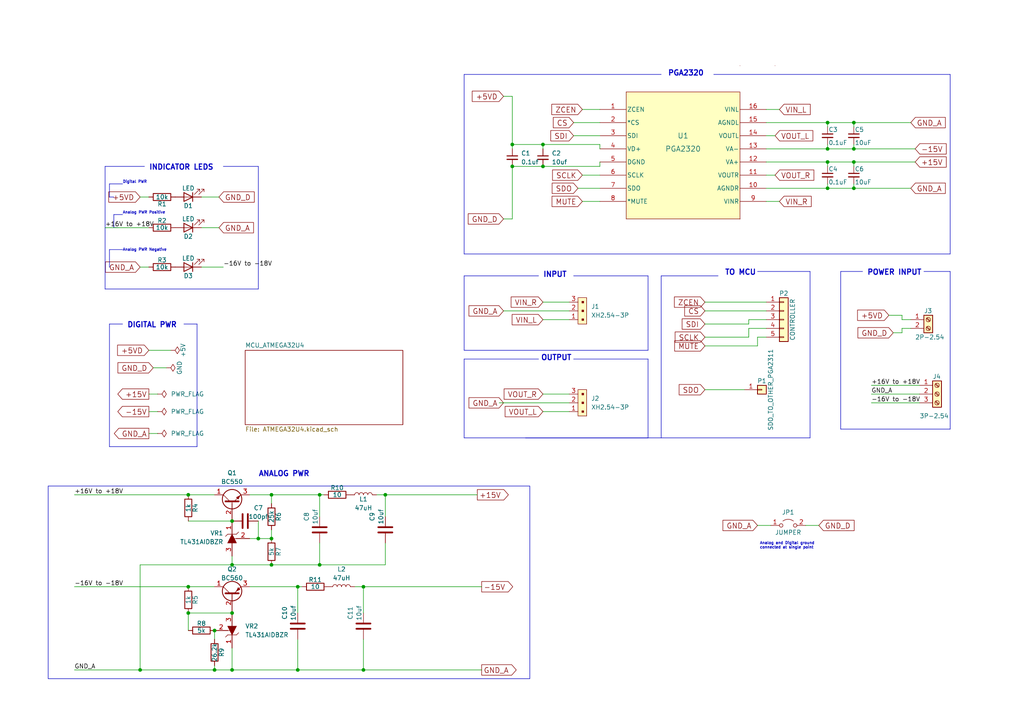
<source format=kicad_sch>
(kicad_sch (version 20230121) (generator eeschema)
  (paper "A4")
  (title_block (title "PGA2320 Reference Schematic") (date "2024-06-29") (rev "1") (company "Euroka Solution") (comment 1 "Datasheet Reference: https://www.ti.com/lit/ds/symlink/pga2320.pdf"))
  (lib_symbols
    (symbol "0022232031_1" (pin_names (offset 1.016))
      (property "Reference" "J" (at -2.54 1.27 0))
      (property "Value" "0022232031" (at 2.54 -3.81 0))
      (symbol "0022232031_1_1_1"
        (rectangle (start -1.27 0) (end 6.35 -2.54) (fill (type background)))
        (rectangle (start -0.254 -1.143) (end 0.254 -1.651) (fill (type outline)))
        (rectangle (start 2.286 -1.143) (end 2.794 -1.651) (fill (type outline)))
        (rectangle (start 4.826 -1.143) (end 5.334 -1.651) (fill (type outline)))
        (pin passive line (at 0 2.54 270) (length 2.54) (name "~") (number "1"))
        (pin passive line (at 2.54 2.54 270) (length 2.54) (name "~") (number "2"))
        (pin passive line (at 5.08 2.54 270) (length 2.54) (name "~") (number "3"))
      )
    )
    (symbol "Connector:Screw_Terminal_01x02" (pin_names (offset 1.016) hide)
      (property "Reference" "J" (at 0 2.54 0))
      (property "Value" "Screw_Terminal_01x02" (at 0 -5.08 0))
      (symbol "Screw_Terminal_01x02_1_1"
        (rectangle (start -1.27 1.27) (end 1.27 -3.81) (stroke (width 0.254)) (fill (type background)))
        (circle (center 0 -2.54) (radius 0.635) (stroke (width 0.1524)))
        (polyline (pts (xy -0.5334 -2.2098) (xy 0.3302 -3.048)) (stroke (width 0.1524)))
        (polyline (pts (xy -0.5334 0.3302) (xy 0.3302 -0.508)) (stroke (width 0.1524)))
        (polyline (pts (xy -0.3556 -2.032) (xy 0.508 -2.8702)) (stroke (width 0.1524)))
        (polyline (pts (xy -0.3556 0.508) (xy 0.508 -0.3302)) (stroke (width 0.1524)))
        (circle (center 0 0) (radius 0.635) (stroke (width 0.1524)))
        (pin passive line (at -5.08 0 0) (length 3.81) (name "Pin_1") (number "1"))
        (pin passive line (at -5.08 -2.54 0) (length 3.81) (name "Pin_2") (number "2"))
      )
    )
    (symbol "Connector:Screw_Terminal_01x03" (pin_names (offset 1.016) hide)
      (property "Reference" "J" (at 0 5.08 0))
      (property "Value" "Screw_Terminal_01x03" (at 0 -5.08 0))
      (symbol "Screw_Terminal_01x03_1_1"
        (rectangle (start -1.27 3.81) (end 1.27 -3.81) (stroke (width 0.254)) (fill (type background)))
        (circle (center 0 -2.54) (radius 0.635) (stroke (width 0.1524)))
        (polyline (pts (xy -0.5334 -2.2098) (xy 0.3302 -3.048)) (stroke (width 0.1524)))
        (polyline (pts (xy -0.5334 0.3302) (xy 0.3302 -0.508)) (stroke (width 0.1524)))
        (polyline (pts (xy -0.5334 2.8702) (xy 0.3302 2.032)) (stroke (width 0.1524)))
        (polyline (pts (xy -0.3556 -2.032) (xy 0.508 -2.8702)) (stroke (width 0.1524)))
        (polyline (pts (xy -0.3556 0.508) (xy 0.508 -0.3302)) (stroke (width 0.1524)))
        (polyline (pts (xy -0.3556 3.048) (xy 0.508 2.2098)) (stroke (width 0.1524)))
        (circle (center 0 0) (radius 0.635) (stroke (width 0.1524)))
        (circle (center 0 2.54) (radius 0.635) (stroke (width 0.1524)))
        (pin passive line (at -5.08 2.54 0) (length 3.81) (name "Pin_1") (number "1"))
        (pin passive line (at -5.08 0 0) (length 3.81) (name "Pin_2") (number "2"))
        (pin passive line (at -5.08 -2.54 0) (length 3.81) (name "Pin_3") (number "3"))
      )
    )
    (symbol "Connector_Generic:Conn_01x01" (pin_names (offset 1.016) hide)
      (property "Reference" "J" (at 0 2.54 0))
      (property "Value" "Conn_01x01" (at 0 -2.54 0))
      (symbol "Conn_01x01_1_1"
        (rectangle (start -1.27 0.127) (end 0 -0.127) (stroke (width 0.1524)))
        (rectangle (start -1.27 1.27) (end 1.27 -1.27) (stroke (width 0.254)) (fill (type background)))
        (pin passive line (at -5.08 0 0) (length 3.81) (name "Pin_1") (number "1"))
      )
    )
    (symbol "Connector_Generic:Conn_01x05" (pin_names (offset 1.016) hide)
      (property "Reference" "J" (at 0 7.62 0))
      (property "Value" "Conn_01x05" (at 0 -7.62 0))
      (symbol "Conn_01x05_1_1"
        (rectangle (start -1.27 -4.953) (end 0 -5.207) (stroke (width 0.1524)))
        (rectangle (start -1.27 -2.413) (end 0 -2.667) (stroke (width 0.1524)))
        (rectangle (start -1.27 0.127) (end 0 -0.127) (stroke (width 0.1524)))
        (rectangle (start -1.27 2.667) (end 0 2.413) (stroke (width 0.1524)))
        (rectangle (start -1.27 5.207) (end 0 4.953) (stroke (width 0.1524)))
        (rectangle (start -1.27 6.35) (end 1.27 -6.35) (stroke (width 0.254)) (fill (type background)))
        (pin passive line (at -5.08 5.08 0) (length 3.81) (name "Pin_1") (number "1"))
        (pin passive line (at -5.08 2.54 0) (length 3.81) (name "Pin_2") (number "2"))
        (pin passive line (at -5.08 0 0) (length 3.81) (name "Pin_3") (number "3"))
        (pin passive line (at -5.08 -2.54 0) (length 3.81) (name "Pin_4") (number "4"))
        (pin passive line (at -5.08 -5.08 0) (length 3.81) (name "Pin_5") (number "5"))
      )
    )
    (symbol "Device:C" (pin_numbers hide) (pin_names (offset 0.254))
      (property "Reference" "C" (at 0.635 2.54 0))
      (property "Value" "C" (at 0.635 -2.54 0))
      (symbol "C_0_1"
        (polyline (pts (xy -2.032 -0.762) (xy 2.032 -0.762)) (stroke (width 0.508)))
        (polyline (pts (xy -2.032 0.762) (xy 2.032 0.762)) (stroke (width 0.508)))
      )
      (symbol "C_1_1"
        (pin passive line (at 0 3.81 270) (length 2.794) (name "~") (number "1"))
        (pin passive line (at 0 -3.81 90) (length 2.794) (name "~") (number "2"))
      )
    )
    (symbol "Device:C_Small" (pin_numbers hide) (pin_names (offset 0.254) hide)
      (property "Reference" "C" (at 0.254 1.778 0))
      (property "Value" "C_Small" (at 0.254 -2.032 0))
      (symbol "C_Small_0_1"
        (polyline (pts (xy -1.524 -0.508) (xy 1.524 -0.508)) (stroke (width 0.3302)))
        (polyline (pts (xy -1.524 0.508) (xy 1.524 0.508)) (stroke (width 0.3048)))
      )
      (symbol "C_Small_1_1"
        (pin passive line (at 0 2.54 270) (length 2.032) (name "~") (number "1"))
        (pin passive line (at 0 -2.54 90) (length 2.032) (name "~") (number "2"))
      )
    )
    (symbol "Device:L" (pin_numbers hide) (pin_names (offset 1.016) hide)
      (property "Reference" "L" (at -1.27 0 90))
      (property "Value" "L" (at 1.905 0 90))
      (symbol "L_0_1"
        (arc (start 0 -2.54) (mid 0.6323 -1.905) (end 0 -1.27))
        (arc (start 0 -1.27) (mid 0.6323 -0.635) (end 0 0))
        (arc (start 0 0) (mid 0.6323 0.635) (end 0 1.27))
        (arc (start 0 1.27) (mid 0.6323 1.905) (end 0 2.54))
      )
      (symbol "L_1_1"
        (pin passive line (at 0 3.81 270) (length 1.27) (name "1") (number "1"))
        (pin passive line (at 0 -3.81 90) (length 1.27) (name "2") (number "2"))
      )
    )
    (symbol "Device:LED" (pin_numbers hide) (pin_names (offset 1.016) hide)
      (property "Reference" "D" (at 0 2.54 0))
      (property "Value" "LED" (at 0 -2.54 0))
      (symbol "LED_0_1"
        (polyline (pts (xy -1.27 -1.27) (xy -1.27 1.27)) (stroke (width 0.254)))
        (polyline (pts (xy -1.27 0) (xy 1.27 0)))
        (polyline (pts (xy 1.27 -1.27) (xy 1.27 1.27) (xy -1.27 0) (xy 1.27 -1.27)) (stroke (width 0.254)))
        (polyline (pts (xy -3.048 -0.762) (xy -4.572 -2.286) (xy -3.81 -2.286) (xy -4.572 -2.286) (xy -4.572 -1.524)))
        (polyline (pts (xy -1.778 -0.762) (xy -3.302 -2.286) (xy -2.54 -2.286) (xy -3.302 -2.286) (xy -3.302 -1.524)))
      )
      (symbol "LED_1_1"
        (pin passive line (at -3.81 0 0) (length 2.54) (name "K") (number "1"))
        (pin passive line (at 3.81 0 180) (length 2.54) (name "A") (number "2"))
      )
    )
    (symbol "Device:R" (pin_numbers hide) (pin_names (offset 0))
      (property "Reference" "R" (at 2.032 0 90))
      (property "Value" "R" (at 0 0 90))
      (symbol "R_0_1"
        (rectangle (start -1.016 -2.54) (end 1.016 2.54) (stroke (width 0.254)))
      )
      (symbol "R_1_1"
        (pin passive line (at 0 3.81 270) (length 1.27) (name "~") (number "1"))
        (pin passive line (at 0 -3.81 90) (length 1.27) (name "~") (number "2"))
      )
    )
    (symbol "Jumper:Jumper_2_Open" (pin_names (offset 0) hide)
      (property "Reference" "JP" (at 0 2.794 0))
      (property "Value" "Jumper_2_Open" (at 0 -2.286 0))
      (symbol "Jumper_2_Open_0_0"
        (circle (center -2.032 0) (radius 0.508))
        (circle (center 2.032 0) (radius 0.508))
      )
      (symbol "Jumper_2_Open_0_1"
        (arc (start 1.524 1.27) (mid 0 1.778) (end -1.524 1.27))
      )
      (symbol "Jumper_2_Open_1_1"
        (pin passive line (at -5.08 0 0) (length 2.54) (name "A") (number "1"))
        (pin passive line (at 5.08 0 180) (length 2.54) (name "B") (number "2"))
      )
    )
    (symbol "PGA2320_components:PGA2320" (pin_names (offset 0.254))
      (property "Reference" "U1" (at 16.51 -12.7 0))
      (property "Value" "PGA2320" (at 16.51 -16.51 0))
      (symbol "PGA2320_0_1"
        (rectangle (start 33.02 -36.83) (end 33.02 -36.83))
        (rectangle (start 33.02 -36.83) (end 33.02 -36.83))
        (arc (start 33.02 7.62) (mid 33.02 7.62) (end 33.02 7.62))
        (arc (start 43.18 7.62) (mid 43.18 7.62) (end 43.18 7.62))
        (pin input line (at -7.62 -5.08 0) (length 7.62) (name "ZCEN") (number "1"))
        (pin power_in line (at 40.64 -27.94 180) (length 7.62) (name "AGNDR") (number "10"))
        (pin output line (at 40.64 -24.13 180) (length 7.62) (name "VOUTR") (number "11"))
        (pin power_in line (at 40.64 -20.32 180) (length 7.62) (name "VA+") (number "12"))
        (pin power_in line (at 40.64 -16.51 180) (length 7.62) (name "VA-") (number "13"))
        (pin output line (at 40.64 -12.7 180) (length 7.62) (name "VOUTL") (number "14"))
        (pin power_in line (at 40.64 -8.89 180) (length 7.62) (name "AGNDL") (number "15"))
        (pin input line (at 40.64 -5.08 180) (length 7.62) (name "VINL") (number "16"))
        (pin input line (at -7.62 -8.89 0) (length 7.62) (name "*CS") (number "2"))
        (pin input line (at -7.62 -12.7 0) (length 7.62) (name "SDI") (number "3"))
        (pin power_in line (at -7.62 -16.51 0) (length 7.62) (name "VD+") (number "4"))
        (pin power_in line (at -7.62 -20.32 0) (length 7.62) (name "DGND") (number "5"))
        (pin input line (at -7.62 -24.13 0) (length 7.62) (name "SCLK") (number "6"))
        (pin output line (at -7.62 -27.94 0) (length 7.62) (name "SDO") (number "7"))
        (pin input line (at -7.62 -31.75 0) (length 7.62) (name "*MUTE") (number "8"))
        (pin input line (at 40.64 -31.75 180) (length 7.62) (name "VINR") (number "9"))
      )
      (symbol "PGA2320_1_1"
        (rectangle (start 0 0) (end 33.02 -36.83) (fill (type background)))
      )
    )
    (symbol "Transistor_BJT:BC550" (pin_names (offset 0) hide)
      (property "Reference" "Q" (at 5.08 1.905 0))
      (property "Value" "BC550" (at 5.08 0 0))
      (symbol "BC550_0_1"
        (polyline (pts (xy 0 0) (xy 0.635 0)))
        (polyline (pts (xy 0.635 0.635) (xy 2.54 2.54)))
        (polyline (pts (xy 0.635 -0.635) (xy 2.54 -2.54) (xy 2.54 -2.54)))
        (polyline (pts (xy 0.635 1.905) (xy 0.635 -1.905) (xy 0.635 -1.905)) (stroke (width 0.508)))
        (polyline (pts (xy 1.27 -1.778) (xy 1.778 -1.27) (xy 2.286 -2.286) (xy 1.27 -1.778) (xy 1.27 -1.778)) (fill (type outline)))
        (circle (center 1.27 0) (radius 2.8194) (stroke (width 0.254)))
      )
      (symbol "BC550_1_1"
        (pin passive line (at 2.54 5.08 270) (length 2.54) (name "C") (number "1"))
        (pin input line (at -5.08 0 0) (length 5.08) (name "B") (number "2"))
        (pin passive line (at 2.54 -5.08 90) (length 2.54) (name "E") (number "3"))
      )
    )
    (symbol "Transistor_BJT:BC560" (pin_names (offset 0) hide)
      (property "Reference" "Q" (at 5.08 1.905 0))
      (property "Value" "BC560" (at 5.08 0 0))
      (symbol "BC560_0_1"
        (polyline (pts (xy 0.635 0.635) (xy 2.54 2.54)))
        (polyline (pts (xy 0.635 -0.635) (xy 2.54 -2.54) (xy 2.54 -2.54)))
        (polyline (pts (xy 0.635 1.905) (xy 0.635 -1.905) (xy 0.635 -1.905)) (stroke (width 0.508)))
        (polyline (pts (xy 2.286 -1.778) (xy 1.778 -2.286) (xy 1.27 -1.27) (xy 2.286 -1.778) (xy 2.286 -1.778)) (fill (type outline)))
        (circle (center 1.27 0) (radius 2.8194) (stroke (width 0.254)))
      )
      (symbol "BC560_1_1"
        (pin passive line (at 2.54 5.08 270) (length 2.54) (name "C") (number "1"))
        (pin input line (at -5.08 0 0) (length 5.715) (name "B") (number "2"))
        (pin passive line (at 2.54 -5.08 90) (length 2.54) (name "E") (number "3"))
      )
    )
    (symbol "dk_PMIC-Voltage-Reference:TL431AIDBZR" (pin_names (offset 0) hide)
      (property "Reference" "VR" (at -2.54 3.175 0))
      (property "Value" "TL431AIDBZR" (at -5.715 0 90))
      (symbol "TL431AIDBZR_0_1"
        (polyline (pts (xy -1.905 0.635) (xy -1.27 1.27)))
        (polyline (pts (xy -1.27 1.27) (xy 1.27 1.27)))
        (polyline (pts (xy 0.635 0) (xy 1.27 0)))
        (polyline (pts (xy 1.27 1.27) (xy 1.905 1.905)))
        (polyline (pts (xy -1.27 -1.27) (xy 1.27 -1.27) (xy 0 1.27) (xy -1.27 -1.27)) (fill (type outline)))
      )
      (symbol "TL431AIDBZR_1_1"
        (pin passive line (at 0 5.08 270) (length 3.81) (name "K") (number "1"))
        (pin passive line (at 5.08 0 180) (length 3.81) (name "REF") (number "2"))
        (pin passive line (at 0 -5.08 90) (length 3.81) (name "A") (number "3"))
      )
    )
    (symbol "dk_Rectangular-Connectors-Headers-Male-Pins:0022232031" (pin_names (offset 1.016))
      (property "Reference" "J" (at -2.54 1.27 0))
      (property "Value" "0022232031" (at 2.54 -3.81 0))
      (symbol "0022232031_1_1"
        (rectangle (start -1.27 0) (end 6.35 -2.54) (fill (type background)))
        (rectangle (start -0.254 -1.143) (end 0.254 -1.651) (fill (type outline)))
        (rectangle (start 2.286 -1.143) (end 2.794 -1.651) (fill (type outline)))
        (rectangle (start 4.826 -1.143) (end 5.334 -1.651) (fill (type outline)))
        (pin passive line (at 0 2.54 270) (length 2.54) (name "~") (number "1"))
        (pin passive line (at 2.54 2.54 270) (length 2.54) (name "~") (number "2"))
        (pin passive line (at 5.08 2.54 270) (length 2.54) (name "~") (number "3"))
      )
    )
    (symbol "power:PWR_FLAG" (power) (pin_numbers hide) (pin_names (offset 0) hide)
      (property "Value" "PWR_FLAG" (at 0 3.81 0))
      (symbol "PWR_FLAG_0_0"
        (pin power_out line (at 0 0 90) (length 0) (name "pwr") (number "1"))
      )
      (symbol "PWR_FLAG_0_1"
        (polyline (pts (xy 0 0) (xy 0 1.27) (xy -1.016 1.905) (xy 0 2.54) (xy 1.016 1.905) (xy 0 1.27)))
      )
    )
  )
  (junction (at 67.31 151.13))
  (junction (at 86.36 170.18))
  (junction (at 105.41 194.31))
  (junction (at 105.41 170.18))
  (junction (at 67.31 163.83))
  (junction (at 157.48 48.26))
  (junction (at 78.74 156.21))
  (junction (at 54.61 143.51))
  (junction (at 148.59 41.91))
  (junction (at 247.65 54.61))
  (junction (at 92.71 143.51))
  (junction (at 240.03 46.99))
  (junction (at 240.03 43.18))
  (junction (at 92.71 163.83))
  (junction (at 240.03 35.56))
  (junction (at 78.74 143.51))
  (junction (at 247.65 43.18))
  (junction (at 247.65 46.99))
  (junction (at 62.23 194.31))
  (junction (at 54.61 170.18))
  (junction (at 111.76 143.51))
  (junction (at 40.64 194.31))
  (junction (at 247.65 35.56))
  (junction (at 67.31 194.31))
  (junction (at 74.93 156.21))
  (junction (at 240.03 54.61))
  (junction (at 78.74 163.83))
  (junction (at 86.36 194.31))
  (junction (at 157.48 41.91))
  (junction (at 67.31 177.8))
  (junction (at 148.59 48.26))
  (junction (at 54.61 177.8))
  (junction (at 62.23 182.88))
  (wire (pts (xy 240.03 41.91) (xy 240.03 43.18)))
  (wire (pts (xy 74.93 156.21) (xy 78.74 156.21)))
  (polyline (pts (xy 57.15 129.54) (xy 31.75 129.54)))
  (polyline (pts (xy 31.75 129.54) (xy 31.75 93.98)))
  (polyline (pts (xy 187.96 101.6) (xy 134.62 101.6)))
  (wire (pts (xy 240.03 35.56) (xy 240.03 36.83)))
  (wire (pts (xy 204.47 90.17) (xy 222.25 90.17)))
  (wire (pts (xy 166.37 39.37) (xy 173.99 39.37)))
  (wire (pts (xy 247.65 53.34) (xy 247.65 54.61)))
  (polyline (pts (xy 33.02 62.23) (xy 33.02 66.04)))
  (polyline (pts (xy 152.4 127) (xy 234.95 127)))
  (wire (pts (xy 157.48 92.71) (xy 165.1 92.71)))
  (wire (pts (xy 148.59 27.94) (xy 146.05 27.94)))
  (polyline (pts (xy 74.93 48.26) (xy 74.93 83.82)))
  (polyline (pts (xy 166.37 104.14) (xy 187.96 104.14)))
  (polyline (pts (xy 208.28 80.01) (xy 191.77 80.01)))
  (wire (pts (xy 247.65 35.56) (xy 264.16 35.56)))
  (wire (pts (xy 167.64 54.61) (xy 173.99 54.61)))
  (wire (pts (xy 144.78 116.84) (xy 165.1 116.84)))
  (wire (pts (xy 78.74 143.51) (xy 78.74 146.05)))
  (wire (pts (xy 67.31 187.96) (xy 67.31 194.31)))
  (wire (pts (xy 261.62 92.71) (xy 264.16 92.71)))
  (wire (pts (xy 54.61 177.8) (xy 67.31 177.8)))
  (wire (pts (xy 54.61 143.51) (xy 62.23 143.51)))
  (wire (pts (xy 222.25 46.99) (xy 240.03 46.99)))
  (wire (pts (xy 157.48 48.26) (xy 173.99 48.26)))
  (polyline (pts (xy 31.75 57.15) (xy 33.02 57.15)))
  (wire (pts (xy 105.41 177.8) (xy 105.41 170.18)))
  (wire (pts (xy 40.64 194.31) (xy 62.23 194.31)))
  (wire (pts (xy 43.18 101.6) (xy 49.53 101.6)))
  (wire (pts (xy 252.73 111.76) (xy 266.7 111.76)))
  (polyline (pts (xy 35.56 72.39) (xy 31.75 72.39)))
  (wire (pts (xy 247.65 41.91) (xy 247.65 43.18)))
  (wire (pts (xy 240.03 43.18) (xy 247.65 43.18)))
  (wire (pts (xy 40.64 57.15) (xy 43.18 57.15)))
  (wire (pts (xy 111.76 157.48) (xy 111.76 163.83)))
  (polyline (pts (xy 31.75 77.47) (xy 31.75 77.47)))
  (wire (pts (xy 72.39 170.18) (xy 86.36 170.18)))
  (wire (pts (xy 240.03 54.61) (xy 247.65 54.61)))
  (wire (pts (xy 86.36 194.31) (xy 105.41 194.31)))
  (wire (pts (xy 247.65 43.18) (xy 265.43 43.18)))
  (wire (pts (xy 157.48 41.91) (xy 173.99 41.91)))
  (wire (pts (xy 252.73 114.3) (xy 266.7 114.3)))
  (wire (pts (xy 54.61 177.8) (xy 54.61 182.88)))
  (wire (pts (xy 92.71 157.48) (xy 92.71 163.83)))
  (wire (pts (xy 173.99 46.99) (xy 173.99 48.26)))
  (wire (pts (xy 62.23 193.04) (xy 62.23 194.31)))
  (wire (pts (xy 102.87 170.18) (xy 105.41 170.18)))
  (polyline (pts (xy 31.75 93.98) (xy 35.56 93.98)))
  (wire (pts (xy 30.48 66.04) (xy 43.18 66.04)))
  (wire (pts (xy 222.25 87.63) (xy 204.47 87.63)))
  (polyline (pts (xy 35.56 53.34) (xy 31.75 53.34)))
  (wire (pts (xy 21.59 170.18) (xy 54.61 170.18)))
  (polyline (pts (xy 187.96 80.01) (xy 187.96 101.6)))
  (wire (pts (xy 86.36 170.18) (xy 87.63 170.18)))
  (wire (pts (xy 219.71 97.79) (xy 222.25 97.79)))
  (wire (pts (xy 233.68 152.4) (xy 237.49 152.4)))
  (polyline (pts (xy 33.02 66.04) (xy 34.29 66.04)))
  (polyline (pts (xy 234.95 78.74) (xy 219.71 78.74)))
  (wire (pts (xy 105.41 170.18) (xy 139.7 170.18)))
  (wire (pts (xy 43.18 119.38) (xy 45.72 119.38)))
  (polyline (pts (xy 275.59 78.74) (xy 267.97 78.74)))
  (wire (pts (xy 157.48 41.91) (xy 157.48 43.18)))
  (wire (pts (xy 148.59 41.91) (xy 148.59 43.18)))
  (wire (pts (xy 54.61 151.13) (xy 67.31 151.13)))
  (wire (pts (xy 78.74 163.83) (xy 67.31 163.83)))
  (polyline (pts (xy 207.01 21.59) (xy 275.59 21.59)))
  (polyline (pts (xy 187.96 104.14) (xy 187.96 127)))
  (wire (pts (xy 72.39 143.51) (xy 78.74 143.51)))
  (wire (pts (xy 146.05 90.17) (xy 165.1 90.17)))
  (polyline (pts (xy 57.15 93.98) (xy 57.15 129.54)))
  (wire (pts (xy 219.71 100.33) (xy 219.71 97.79)))
  (wire (pts (xy 67.31 194.31) (xy 86.36 194.31)))
  (wire (pts (xy 92.71 163.83) (xy 111.76 163.83)))
  (wire (pts (xy 78.74 153.67) (xy 78.74 156.21)))
  (polyline (pts (xy 275.59 73.66) (xy 134.62 73.66)))
  (wire (pts (xy 166.37 35.56) (xy 173.99 35.56)))
  (wire (pts (xy 72.39 156.21) (xy 74.93 156.21)))
  (wire (pts (xy 67.31 163.83) (xy 40.64 163.83)))
  (wire (pts (xy 157.48 114.3) (xy 165.1 114.3)))
  (wire (pts (xy 21.59 143.51) (xy 54.61 143.51)))
  (wire (pts (xy 40.64 163.83) (xy 40.64 194.31)))
  (wire (pts (xy 168.91 50.8) (xy 173.99 50.8)))
  (wire (pts (xy 111.76 143.51) (xy 138.43 143.51)))
  (wire (pts (xy 219.71 152.4) (xy 223.52 152.4)))
  (polyline (pts (xy 275.59 124.46) (xy 275.59 78.74)))
  (wire (pts (xy 217.17 95.25) (xy 222.25 95.25)))
  (wire (pts (xy 64.77 77.47) (xy 58.42 77.47)))
  (wire (pts (xy 111.76 149.86) (xy 111.76 143.51)))
  (wire (pts (xy 261.62 96.52) (xy 261.62 95.25)))
  (polyline (pts (xy 30.48 48.26) (xy 41.91 48.26)))
  (wire (pts (xy 148.59 27.94) (xy 148.59 41.91)))
  (wire (pts (xy 43.18 114.3) (xy 45.72 114.3)))
  (wire (pts (xy 222.25 50.8) (xy 224.79 50.8)))
  (polyline (pts (xy 134.62 101.6) (xy 134.62 80.01)))
  (wire (pts (xy 105.41 194.31) (xy 139.7 194.31)))
  (wire (pts (xy 222.25 31.75) (xy 226.06 31.75)))
  (wire (pts (xy 240.03 53.34) (xy 240.03 54.61)))
  (polyline (pts (xy 134.62 73.66) (xy 134.62 21.59)))
  (wire (pts (xy 157.48 119.38) (xy 165.1 119.38)))
  (wire (pts (xy 247.65 35.56) (xy 247.65 36.83)))
  (wire (pts (xy 86.36 185.42) (xy 86.36 194.31)))
  (wire (pts (xy 222.25 43.18) (xy 240.03 43.18)))
  (wire (pts (xy 222.25 54.61) (xy 240.03 54.61)))
  (wire (pts (xy 204.47 113.03) (xy 215.9 113.03)))
  (wire (pts (xy 247.65 54.61) (xy 264.16 54.61)))
  (polyline (pts (xy 250.19 78.74) (xy 243.84 78.74)))
  (wire (pts (xy 157.48 87.63) (xy 165.1 87.63)))
  (polyline (pts (xy 30.48 83.82) (xy 30.48 48.26)))
  (wire (pts (xy 168.91 58.42) (xy 173.99 58.42)))
  (wire (pts (xy 62.23 194.31) (xy 67.31 194.31)))
  (wire (pts (xy 252.73 116.84) (xy 266.7 116.84)))
  (polyline (pts (xy 234.95 127) (xy 234.95 78.74)))
  (wire (pts (xy 148.59 63.5) (xy 146.05 63.5)))
  (wire (pts (xy 58.42 57.15) (xy 63.5 57.15)))
  (wire (pts (xy 257.81 91.44) (xy 261.62 91.44)))
  (wire (pts (xy 240.03 46.99) (xy 247.65 46.99)))
  (wire (pts (xy 21.59 194.31) (xy 40.64 194.31)))
  (wire (pts (xy 217.17 93.98) (xy 217.17 92.71)))
  (polyline (pts (xy 134.62 104.14) (xy 156.21 104.14)))
  (wire (pts (xy 92.71 143.51) (xy 93.98 143.51)))
  (wire (pts (xy 54.61 170.18) (xy 62.23 170.18)))
  (wire (pts (xy 62.23 182.88) (xy 62.23 185.42)))
  (wire (pts (xy 105.41 185.42) (xy 105.41 194.31)))
  (polyline (pts (xy 31.75 72.39) (xy 31.75 77.47)))
  (wire (pts (xy 58.42 66.04) (xy 63.5 66.04)))
  (wire (pts (xy 204.47 97.79) (xy 217.17 97.79)))
  (wire (pts (xy 222.25 35.56) (xy 240.03 35.56)))
  (wire (pts (xy 74.93 151.13) (xy 74.93 156.21)))
  (wire (pts (xy 148.59 48.26) (xy 148.59 63.5)))
  (wire (pts (xy 173.99 41.91) (xy 173.99 43.18)))
  (polyline (pts (xy 275.59 21.59) (xy 275.59 73.66)))
  (wire (pts (xy 217.17 97.79) (xy 217.17 95.25)))
  (wire (pts (xy 240.03 46.99) (xy 240.03 48.26)))
  (wire (pts (xy 222.25 39.37) (xy 224.79 39.37)))
  (wire (pts (xy 259.08 96.52) (xy 261.62 96.52)))
  (wire (pts (xy 261.62 91.44) (xy 261.62 92.71)))
  (polyline (pts (xy 31.75 53.34) (xy 31.75 57.15)))
  (wire (pts (xy 217.17 92.71) (xy 222.25 92.71)))
  (wire (pts (xy 247.65 46.99) (xy 265.43 46.99)))
  (polyline (pts (xy 134.62 80.01) (xy 156.21 80.01)))
  (wire (pts (xy 148.59 48.26) (xy 157.48 48.26)))
  (wire (pts (xy 43.18 77.47) (xy 40.64 77.47)))
  (polyline (pts (xy 243.84 78.74) (xy 243.84 124.46)))
  (wire (pts (xy 86.36 177.8) (xy 86.36 170.18)))
  (polyline (pts (xy 187.96 127) (xy 134.62 127)))
  (wire (pts (xy 222.25 58.42) (xy 226.06 58.42)))
  (wire (pts (xy 92.71 149.86) (xy 92.71 143.51)))
  (polyline (pts (xy 134.62 21.59) (xy 191.77 21.59)))
  (wire (pts (xy 247.65 46.99) (xy 247.65 48.26)))
  (wire (pts (xy 261.62 95.25) (xy 264.16 95.25)))
  (polyline (pts (xy 166.37 80.01) (xy 187.96 80.01)))
  (wire (pts (xy 44.45 106.68) (xy 48.26 106.68)))
  (polyline (pts (xy 35.56 62.23) (xy 33.02 62.23)))
  (wire (pts (xy 43.18 125.73) (xy 45.72 125.73)))
  (wire (pts (xy 148.59 41.91) (xy 157.48 41.91)))
  (wire (pts (xy 204.47 93.98) (xy 217.17 93.98)))
  (polyline (pts (xy 191.77 80.01) (xy 191.77 127)))
  (polyline (pts (xy 74.93 83.82) (xy 30.48 83.82)))
  (polyline (pts (xy 134.62 127) (xy 134.62 104.14)))
  (polyline (pts (xy 64.77 48.26) (xy 74.93 48.26)))
  (wire (pts (xy 168.91 31.75) (xy 173.99 31.75)))
  (wire (pts (xy 240.03 35.56) (xy 247.65 35.56)))
  (wire (pts (xy 78.74 163.83) (xy 92.71 163.83)))
  (wire (pts (xy 204.47 100.33) (xy 219.71 100.33)))
  (wire (pts (xy 78.74 143.51) (xy 92.71 143.51)))
  (wire (pts (xy 67.31 163.83) (xy 67.31 161.29)))
  (polyline (pts (xy 53.34 93.98) (xy 57.15 93.98)))
  (wire (pts (xy 109.22 143.51) (xy 111.76 143.51)))
  (polyline (pts (xy 243.84 124.46) (xy 275.59 124.46)))
  (rectangle (start 13.97 140.97) (end 153.67 196.85))
  (text "ANALOG PWR" (at 74.93 138.43 0) (effects (font (size 1.524 1.524) (thickness 0.3048) bold) (justify left bottom)))
  (text "Analog PWR Positive" (at 35.56 62.23 0) (effects (font (size 0.7874 0.7874)) (justify left bottom)))
  (text "Digital PWR" (at 35.56 53.34 0) (effects (font (size 0.7874 0.7874)) (justify left bottom)))
  (text "OUTPUT" (at 156.845 104.775 0) (effects (font (size 1.524 1.524) (thickness 0.3048) bold) (justify left bottom)))
  (text "POWER INPUT" (at 251.46 80.01 0) (effects (font (size 1.524 1.524) (thickness 0.3048) bold) (justify left bottom)))
  (text "Analog and Digital ground \nconnected at single point" (at 220.345 159.385 0) (effects (font (size 0.7874 0.7874) (thickness 0.1575) bold) (justify left bottom)))
  (text "PGA2320\n" (at 193.675 22.225 0) (effects (font (size 1.524 1.524) (thickness 0.3048) bold) (justify left bottom)))
  (text "Analog PWR Negative" (at 35.56 73.025 0) (effects (font (size 0.7874 0.7874)) (justify left bottom)))
  (text "DIGITAL PWR" (at 36.83 95.25 0) (effects (font (size 1.524 1.524) (thickness 0.3048) bold) (justify left bottom)))
  (text "TO MCU" (at 210.185 80.01 0) (effects (font (size 1.524 1.524) (thickness 0.3048) bold) (justify left bottom)))
  (text "INDICATOR LEDS" (at 43.18 49.53 0) (effects (font (size 1.524 1.524) (thickness 0.3048) bold) (justify left bottom)))
  (text "INPUT" (at 157.48 80.645 0) (effects (font (size 1.524 1.524) (thickness 0.3048) bold) (justify left bottom)))
  (label "+16V to +18V" (at 252.73 111.76 0))
  (label "-16V to -18V" (at 252.73 116.84 0))
  (label "-16V to -18V" (at 21.59 170.18 0))
  (label "-16V to -18V" (at 64.77 77.47 0))
  (label "GND_A" (at 252.73 114.3 0))
  (label "+16V to +18V" (at 30.48 66.04 0))
  (label "GND_A" (at 21.59 194.31 0))
  (label "+16V to +18V" (at 21.59 143.51 0))
  (global_label "-15V" (shape output) (at 43.18 119.38 180) (effects (font (size 1.524 1.524))) (property "Intersheetrefs" "${INTERSHEET_REFS}" (effects hide)))
  (global_label "GND_A" (shape input) (at 63.5 66.04 0) (effects (font (size 1.524 1.524))) (property "Intersheetrefs" "${INTERSHEET_REFS}" (effects hide)))
  (global_label "MUTE" (shape input) (at 168.91 58.42 180) (effects (font (size 1.524 1.524))) (property "Intersheetrefs" "${INTERSHEET_REFS}" (effects hide)))
  (global_label "GND_A" (shape output) (at 43.18 125.73 180) (effects (font (size 1.524 1.524))) (property "Intersheetrefs" "${INTERSHEET_REFS}" (effects hide)))
  (global_label "-15V" (shape input) (at 265.43 43.18 0) (effects (font (size 1.524 1.524))) (property "Intersheetrefs" "${INTERSHEET_REFS}" (effects hide)))
  (global_label "ZCEN" (shape input) (at 168.91 31.75 180) (effects (font (size 1.524 1.524))) (property "Intersheetrefs" "${INTERSHEET_REFS}" (effects hide)))
  (global_label "GND_D" (shape input) (at 44.45 106.68 180) (effects (font (size 1.524 1.524))) (property "Intersheetrefs" "${INTERSHEET_REFS}" (effects hide)))
  (global_label "-15V" (shape output) (at 139.7 170.18 0) (effects (font (size 1.524 1.524))) (property "Intersheetrefs" "${INTERSHEET_REFS}" (effects hide)))
  (global_label "SDO" (shape input) (at 167.64 54.61 180) (effects (font (size 1.524 1.524))) (property "Intersheetrefs" "${INTERSHEET_REFS}" (effects hide)))
  (global_label "SDI" (shape input) (at 204.47 93.98 180) (effects (font (size 1.524 1.524))) (property "Intersheetrefs" "${INTERSHEET_REFS}" (effects hide)))
  (global_label "GND_A" (shape output) (at 139.7 194.31 0) (effects (font (size 1.524 1.524))) (property "Intersheetrefs" "${INTERSHEET_REFS}" (effects hide)))
  (global_label "SCLK" (shape input) (at 204.47 97.79 180) (effects (font (size 1.524 1.524))) (property "Intersheetrefs" "${INTERSHEET_REFS}" (effects hide)))
  (global_label "VOUT_L" (shape input) (at 157.48 119.38 180) (effects (font (size 1.524 1.524))) (property "Intersheetrefs" "${INTERSHEET_REFS}" (effects hide)))
  (global_label "+5VD" (shape input) (at 40.64 57.15 180) (effects (font (size 1.524 1.524))) (property "Intersheetrefs" "${INTERSHEET_REFS}" (effects hide)))
  (global_label "GND_A" (shape input) (at 146.05 90.17 180) (effects (font (size 1.524 1.524))) (property "Intersheetrefs" "${INTERSHEET_REFS}" (effects hide)))
  (global_label "+5VD" (shape input) (at 146.05 27.94 180) (effects (font (size 1.524 1.524))) (property "Intersheetrefs" "${INTERSHEET_REFS}" (effects hide)))
  (global_label "SDI" (shape input) (at 166.37 39.37 180) (effects (font (size 1.524 1.524))) (property "Intersheetrefs" "${INTERSHEET_REFS}" (effects hide)))
  (global_label "GND_A" (shape input) (at 40.64 77.47 180) (effects (font (size 1.524 1.524))) (property "Intersheetrefs" "${INTERSHEET_REFS}" (effects hide)))
  (global_label "+15V" (shape output) (at 43.18 114.3 180) (effects (font (size 1.524 1.524))) (property "Intersheetrefs" "${INTERSHEET_REFS}" (effects hide)))
  (global_label "SCLK" (shape input) (at 168.91 50.8 180) (effects (font (size 1.524 1.524))) (property "Intersheetrefs" "${INTERSHEET_REFS}" (effects hide)))
  (global_label "VOUT_L" (shape input) (at 224.79 39.37 0) (effects (font (size 1.524 1.524))) (property "Intersheetrefs" "${INTERSHEET_REFS}" (effects hide)))
  (global_label "VOUT_R" (shape input) (at 224.79 50.8 0) (effects (font (size 1.524 1.524))) (property "Intersheetrefs" "${INTERSHEET_REFS}" (effects hide)))
  (global_label "+15V" (shape output) (at 138.43 143.51 0) (effects (font (size 1.524 1.524))) (property "Intersheetrefs" "${INTERSHEET_REFS}" (effects hide)))
  (global_label "GND_D" (shape input) (at 237.49 152.4 0) (effects (font (size 1.524 1.524))) (property "Intersheetrefs" "${INTERSHEET_REFS}" (effects hide)))
  (global_label "+5VD" (shape input) (at 257.81 91.44 180) (effects (font (size 1.524 1.524))) (property "Intersheetrefs" "${INTERSHEET_REFS}" (effects hide)))
  (global_label "+5VD" (shape input) (at 43.18 101.6 180) (effects (font (size 1.524 1.524))) (property "Intersheetrefs" "${INTERSHEET_REFS}" (effects hide)))
  (global_label "SDO" (shape input) (at 204.47 113.03 180) (effects (font (size 1.524 1.524))) (property "Intersheetrefs" "${INTERSHEET_REFS}" (effects hide)))
  (global_label "GND_D" (shape input) (at 63.5 57.15 0) (effects (font (size 1.524 1.524))) (property "Intersheetrefs" "${INTERSHEET_REFS}" (effects hide)))
  (global_label "MUTE" (shape input) (at 204.47 100.33 180) (effects (font (size 1.524 1.524))) (property "Intersheetrefs" "${INTERSHEET_REFS}" (effects hide)))
  (global_label "GND_D" (shape input) (at 146.05 63.5 180) (effects (font (size 1.524 1.524))) (property "Intersheetrefs" "${INTERSHEET_REFS}" (effects hide)))
  (global_label "VOUT_R" (shape input) (at 157.48 114.3 180) (effects (font (size 1.524 1.524))) (property "Intersheetrefs" "${INTERSHEET_REFS}" (effects hide)))
  (global_label "ZCEN" (shape input) (at 204.47 87.63 180) (effects (font (size 1.524 1.524))) (property "Intersheetrefs" "${INTERSHEET_REFS}" (effects hide)))
  (global_label "GND_A" (shape input) (at 146.05 116.84 180) (effects (font (size 1.524 1.524))) (property "Intersheetrefs" "${INTERSHEET_REFS}" (effects hide)))
  (global_label "VIN_L" (shape input) (at 157.48 92.71 180) (effects (font (size 1.524 1.524))) (property "Intersheetrefs" "${INTERSHEET_REFS}" (effects hide)))
  (global_label "GND_D" (shape input) (at 259.08 96.52 180) (effects (font (size 1.524 1.524))) (property "Intersheetrefs" "${INTERSHEET_REFS}" (effects hide)))
  (global_label "VIN_L" (shape input) (at 226.06 31.75 0) (effects (font (size 1.524 1.524))) (property "Intersheetrefs" "${INTERSHEET_REFS}" (effects hide)))
  (global_label "GND_A" (shape input) (at 219.71 152.4 180) (effects (font (size 1.524 1.524))) (property "Intersheetrefs" "${INTERSHEET_REFS}" (effects hide)))
  (global_label "GND_A" (shape input) (at 264.16 35.56 0) (effects (font (size 1.524 1.524))) (property "Intersheetrefs" "${INTERSHEET_REFS}" (effects hide)))
  (global_label "+15V" (shape input) (at 265.43 46.99 0) (effects (font (size 1.524 1.524))) (property "Intersheetrefs" "${INTERSHEET_REFS}" (effects hide)))
  (global_label "VIN_R" (shape input) (at 226.06 58.42 0) (effects (font (size 1.524 1.524))) (property "Intersheetrefs" "${INTERSHEET_REFS}" (effects hide)))
  (global_label "CS" (shape input) (at 204.47 90.17 180) (effects (font (size 1.524 1.524))) (property "Intersheetrefs" "${INTERSHEET_REFS}" (effects hide)))
  (global_label "GND_A" (shape input) (at 264.16 54.61 0) (effects (font (size 1.524 1.524))) (property "Intersheetrefs" "${INTERSHEET_REFS}" (effects hide)))
  (global_label "CS" (shape input) (at 166.37 35.56 180) (effects (font (size 1.524 1.524))) (property "Intersheetrefs" "${INTERSHEET_REFS}" (effects hide)))
  (global_label "VIN_R" (shape input) (at 157.48 87.63 180) (effects (font (size 1.524 1.524))) (property "Intersheetrefs" "${INTERSHEET_REFS}" (effects hide)))
  (symbol (lib_id "Connector_Generic:Conn_01x05") (at 227.33 92.71 0) (unit 1)
    (property "Reference" "P2" (at 227.33 85.09 0))
    (property "Value" "CONTROLLER" (at 229.87 92.71 90))
    (property "Footprint" "Audio_Module:b5b-ph-kl" (effects hide))
  )
  (symbol (lib_id "Device:C") (at 86.36 181.61 180) (unit 1)
    (property "Reference" "C10" (at 82.55 177.8 90))
    (property "Value" "10uf" (at 85.09 177.8 90))
    (property "Footprint" "Capacitor_SMD:C_0805_2012Metric" (effects hide))
  )
  (symbol (lib_id "Device:C_Small") (at 247.65 50.8 0) (unit 1)
    (property "Reference" "C6" (at 247.904 49.022 0) (effects (justify left)))
    (property "Value" "10uF" (at 247.904 52.832 0) (effects (justify left)))
    (property "Footprint" "Audio_Module:c_tant_C" (effects hide))
    (property "notes" "tantalum or aluminum electrolytic)" (effects hide))
  )
  (symbol (lib_id "Device:C_Small") (at 148.59 45.72 0) (unit 1)
    (property "Reference" "C1" (at 151.13 44.4562 0) (effects (justify left)))
    (property "Value" "0.1uf" (at 151.13 46.9962 0) (effects (justify left)))
    (property "Footprint" "Audio_Module:c_0805" (effects hide))
    (property "notes" "tantalum or aluminum electrolytic)" (effects hide))
  )
  (symbol (lib_id "Device:LED") (at 54.61 77.47 180) (unit 1)
    (property "Reference" "D3" (at 54.61 80.01 0))
    (property "Value" "LED" (at 54.61 74.93 0))
    (property "Footprint" "LED_SMD:LED_0805_2012Metric_Pad1.15x1.40mm_HandSolder" (effects hide))
  )
  (symbol (lib_id "power:PWR_FLAG") (at 49.53 101.6 270) (unit 1)
    (property "Reference" "#PWR03" (effects hide))
    (property "Value" "+5V" (at 53.086 101.6 0))
  )
  (symbol (lib_id "Device:C") (at 105.41 181.61 180) (unit 1)
    (property "Reference" "C11" (at 101.6 177.8 90))
    (property "Value" "10uf" (at 104.14 177.8 90))
    (property "Footprint" "Capacitor_SMD:C_0805_2012Metric" (effects hide))
  )
  (symbol (lib_id "Device:R") (at 54.61 147.32 0) (unit 1)
    (property "Reference" "R4" (at 56.642 147.32 90))
    (property "Value" "1k" (at 54.61 147.32 90))
    (property "Footprint" "Resistor_SMD:R_0805_2012Metric_Pad1.20x1.40mm_HandSolder" (effects hide))
  )
  (symbol (lib_id "Transistor_BJT:BC550") (at 67.31 146.05 90) (unit 1)
    (property "Reference" "Q1" (at 67.31 137.16 90))
    (property "Value" "BC550" (at 67.31 139.7 90))
    (property "Footprint" "Package_TO_SOT_THT:TO-92_Inline" (effects hide))
    (property "Datasheet" "https://www.onsemi.com/pub/Collateral/BC550-D.pdf" (effects hide))
  )
  (symbol (lib_id "Jumper:Jumper_2_Open") (at 228.6 152.4 0) (unit 1)
    (property "Reference" "JP1" (at 228.6 148.59 0))
    (property "Value" "JUMPER" (at 228.6 154.432 0))
    (property "Footprint" "Audio_Module:WireConnection_0-8mmDrill" (effects hide))
  )
  (symbol (lib_id "dk_PMIC-Voltage-Reference:TL431AIDBZR") (at 67.31 182.88 180) (unit 1)
    (property "Reference" "VR2" (at 71.12 181.61 0) (effects (justify right)))
    (property "Value" "TL431AIDBZR" (at 71.12 184.15 0) (effects (justify right)))
    (property "Footprint" "digikey-footprints:SOT-23-3" (effects hide))
    (property "Datasheet" "http://www.ti.com/general/docs/suppproductinfo.tsp?distId=10&gotoUrl=http%3A%2F%2Fwww.ti.com%2Flit%2Fgpn%2Ftl431" (effects hide))
    (property "Digi-Key_PN" "296-17329-1-ND" (effects hide))
    (property "MPN" "TL431AIDBZR" (effects hide))
    (property "Category" "Integrated Circuits (ICs)" (effects hide))
    (property "Family" "PMIC - Voltage Reference" (effects hide))
    (property "DK_Datasheet_Link" "http://www.ti.com/general/docs/suppproductinfo.tsp?distId=10&gotoUrl=http%3A%2F%2Fwww.ti.com%2Flit%2Fgpn%2Ftl431" (effects hide))
    (property "DK_Detail_Page" "/product-detail/en/texas-instruments/TL431AIDBZR/296-17329-1-ND/686885" (effects hide))
    (property "Description" "IC VREF SHUNT ADJ SOT23-3" (effects hide))
    (property "Manufacturer" "Texas Instruments" (effects hide))
    (property "Status" "Active" (effects hide))
  )
  (symbol (lib_id "Connector:Screw_Terminal_01x02") (at 269.24 92.71 0) (unit 1)
    (property "Reference" "J3" (at 267.97 90.17 0) (effects (justify left)))
    (property "Value" "2P-2.54" (at 265.43 97.79 0) (effects (justify left)))
    (property "Footprint" "Connector_PinHeader_2.54mm:PinHeader_1x02_P2.54mm_Vertical" (effects hide))
  )
  (symbol (lib_id "power:PWR_FLAG") (at 45.72 125.73 270) (unit 1)
    (property "Reference" "#FLG03" (effects hide))
    (property "Value" "PWR_FLAG" (at 49.53 125.73 90) (effects (justify left)))
  )
  (symbol (lib_id "Device:C_Small") (at 157.48 45.72 0) (unit 1)
    (property "Reference" "C2" (at 160.02 44.4562 0) (effects (justify left)))
    (property "Value" "10uf" (at 160.02 46.9962 0) (effects (justify left)))
    (property "Footprint" "Audio_Module:c_tant_C" (effects hide))
    (property "notes" "ceramic or metal film" (effects hide))
  )
  (symbol (lib_id "Device:R") (at 62.23 189.23 0) (unit 1)
    (property "Reference" "R9" (at 64.262 189.23 90))
    (property "Value" "26.2k" (at 62.23 189.23 90))
    (property "Footprint" "Resistor_SMD:R_0805_2012Metric_Pad1.20x1.40mm_HandSolder" (effects hide))
  )
  (symbol (lib_id "Device:L") (at 105.41 143.51 90) (unit 1)
    (property "Reference" "L1" (at 105.41 144.78 90))
    (property "Value" "47uH" (at 105.41 147.32 90))
    (property "Footprint" "Inductor_SMD:L_0805_2012Metric" (effects hide))
  )
  (symbol (lib_id "Device:R") (at 46.99 57.15 270) (unit 1)
    (property "Reference" "R1" (at 46.99 59.182 90))
    (property "Value" "10k" (at 46.99 57.15 90))
    (property "Footprint" "Resistor_SMD:R_0805_2012Metric_Pad1.20x1.40mm_HandSolder" (effects hide))
  )
  (symbol (lib_id "dk_PMIC-Voltage-Reference:TL431AIDBZR") (at 67.31 156.21 0) (unit 1)
    (property "Reference" "VR1" (at 64.77 154.6225 0) (effects (justify right)))
    (property "Value" "TL431AIDBZR" (at 64.77 157.1625 0) (effects (justify right)))
    (property "Footprint" "digikey-footprints:SOT-23-3" (effects hide))
    (property "Datasheet" "http://www.ti.com/general/docs/suppproductinfo.tsp?distId=10&gotoUrl=http%3A%2F%2Fwww.ti.com%2Flit%2Fgpn%2Ftl431" (effects hide))
    (property "Digi-Key_PN" "296-17329-1-ND" (effects hide))
    (property "MPN" "TL431AIDBZR" (effects hide))
    (property "Category" "Integrated Circuits (ICs)" (effects hide))
    (property "Family" "PMIC - Voltage Reference" (effects hide))
    (property "DK_Datasheet_Link" "http://www.ti.com/general/docs/suppproductinfo.tsp?distId=10&gotoUrl=http%3A%2F%2Fwww.ti.com%2Flit%2Fgpn%2Ftl431" (effects hide))
    (property "DK_Detail_Page" "/product-detail/en/texas-instruments/TL431AIDBZR/296-17329-1-ND/686885" (effects hide))
    (property "Description" "IC VREF SHUNT ADJ SOT23-3" (effects hide))
    (property "Manufacturer" "Texas Instruments" (effects hide))
    (property "Status" "Active" (effects hide))
  )
  (symbol (lib_id "Device:R") (at 97.79 143.51 90) (unit 1)
    (property "Reference" "R10" (at 97.79 141.478 90))
    (property "Value" "10" (at 97.79 143.51 90))
    (property "Footprint" "Resistor_SMD:R_0805_2012Metric_Pad1.20x1.40mm_HandSolder" (effects hide))
  )
  (symbol (lib_id "power:PWR_FLAG") (at 48.26 106.68 270) (unit 1)
    (property "Reference" "#PWR01" (effects hide))
    (property "Value" "GND" (at 52.07 106.68 0))
  )
  (symbol (lib_id "dk_Rectangular-Connectors-Headers-Male-Pins:0022232031") (at 167.64 119.38 90) (unit 1)
    (property "Reference" "J2" (at 171.45 115.5699 90) (effects (justify right)))
    (property "Value" "XH2.54-3P" (at 171.45 118.1099 90) (effects (justify right)))
    (property "Footprint" "digikey-footprints:PinHeader_1x3_P2.54mm_Drill1.02mm" (effects hide))
    (property "Datasheet" "https://www.molex.com/pdm_docs/sd/022232031_sd.pdf" (effects hide))
    (property "Digi-Key_PN" "WM4201-ND" (effects hide))
    (property "MPN" "0022232031" (effects hide))
    (property "Category" "Connectors, Interconnects" (effects hide))
    (property "Family" "Rectangular Connectors - Headers, Male Pins" (effects hide))
    (property "DK_Datasheet_Link" "https://www.molex.com/pdm_docs/sd/022232031_sd.pdf" (effects hide))
    (property "DK_Detail_Page" "/product-detail/en/molex/0022232031/WM4201-ND/26669" (effects hide))
    (property "Description" "CONN HEADER VERT 3POS 2.54MM" (effects hide))
    (property "Manufacturer" "Molex" (effects hide))
    (property "Status" "Active" (effects hide))
  )
  (symbol (lib_id "Device:C_Small") (at 247.65 39.37 0) (unit 1)
    (property "Reference" "C5" (at 247.904 37.592 0) (effects (justify left)))
    (property "Value" "10uF" (at 247.904 41.402 0) (effects (justify left)))
    (property "Footprint" "Audio_Module:c_tant_C" (effects hide))
    (property "notes" "tantalum or aluminum electrolytic)" (effects hide))
  )
  (symbol (lib_id "Connector_Generic:Conn_01x01") (at 220.98 113.03 0) (unit 1)
    (property "Reference" "P1" (at 220.98 110.49 0))
    (property "Value" "SDO_TO_OTHER_PGA2311" (at 223.52 113.03 90))
    (property "Footprint" "Connector_Pin:Pin_D0.9mm_L10.0mm_W2.4mm_FlatFork" (effects hide))
  )
  (symbol (lib_id "Device:C_Small") (at 240.03 39.37 0) (unit 1)
    (property "Reference" "C3" (at 240.284 37.592 0) (effects (justify left)))
    (property "Value" "0.1uF" (at 240.284 41.402 0) (effects (justify left)))
    (property "Footprint" "Audio_Module:c_0805" (effects hide))
    (property "notes" "ceramic or metal film" (effects hide))
  )
  (symbol (lib_id "Device:C_Small") (at 240.03 50.8 0) (unit 1)
    (property "Reference" "C4" (at 240.284 49.022 0) (effects (justify left)))
    (property "Value" "0.1uF" (at 240.284 52.832 0) (effects (justify left)))
    (property "Footprint" "Audio_Module:c_0805" (effects hide))
    (property "notes" "ceramic or metal film" (effects hide))
  )
  (symbol (lib_id "Device:R") (at 58.42 182.88 90) (unit 1)
    (property "Reference" "R8" (at 58.42 180.848 90))
    (property "Value" "5k" (at 58.42 182.88 90))
    (property "Footprint" "Resistor_SMD:R_0805_2012Metric_Pad1.20x1.40mm_HandSolder" (effects hide))
  )
  (symbol (lib_id "Device:C") (at 111.76 153.67 180) (unit 1)
    (property "Reference" "C9" (at 107.95 149.86 90))
    (property "Value" "10uf" (at 110.49 149.86 90))
    (property "Footprint" "Capacitor_SMD:C_0805_2012Metric" (effects hide))
  )
  (symbol (lib_id "Device:LED") (at 54.61 57.15 180) (unit 1)
    (property "Reference" "D1" (at 54.61 59.69 0))
    (property "Value" "LED" (at 54.61 54.61 0))
    (property "Footprint" "LED_SMD:LED_0805_2012Metric_Pad1.15x1.40mm_HandSolder" (effects hide))
  )
  (symbol (lib_id "Device:C") (at 71.12 151.13 90) (unit 1)
    (property "Reference" "C7" (at 74.93 147.32 90))
    (property "Value" "100pf" (at 74.93 149.86 90))
    (property "Footprint" "Capacitor_SMD:C_0805_2012Metric" (effects hide))
  )
  (symbol (lib_id "Device:R") (at 54.61 173.99 0) (unit 1)
    (property "Reference" "R5" (at 56.642 173.99 90))
    (property "Value" "1k" (at 54.61 173.99 90))
    (property "Footprint" "Resistor_SMD:R_0805_2012Metric_Pad1.20x1.40mm_HandSolder" (effects hide))
  )
  (symbol (lib_id "Connector:Screw_Terminal_01x03") (at 271.78 114.3 0) (unit 1)
    (property "Reference" "J4" (at 270.51 109.22 0) (effects (justify left)))
    (property "Value" "3P-2.54" (at 266.7 120.65 0) (effects (justify left)))
    (property "Footprint" "digikey-footprints:PinHeader_1x3_P2.54mm_Drill1.02mm" (effects hide))
    (property "Digi-Key_PN" "WM4201-ND" (effects hide))
    (property "MPN" "0022232031" (effects hide))
    (property "Category" "Connectors, Interconnects" (effects hide))
    (property "Family" "Rectangular Connectors - Headers, Male Pins" (effects hide))
    (property "DK_Datasheet_Link" "https://www.molex.com/pdm_docs/sd/022232031_sd.pdf" (effects hide))
    (property "DK_Detail_Page" "/product-detail/en/molex/0022232031/WM4201-ND/26669" (effects hide))
    (property "Description" "CONN HEADER VERT 3POS 2.54MM" (effects hide))
    (property "Manufacturer" "Molex" (effects hide))
    (property "Status" "Active" (effects hide))
  )
  (symbol (lib_id "Device:R") (at 46.99 66.04 90) (unit 1)
    (property "Reference" "R2" (at 46.99 64.008 90))
    (property "Value" "10k" (at 46.99 66.04 90))
    (property "Footprint" "Resistor_SMD:R_0805_2012Metric_Pad1.20x1.40mm_HandSolder" (effects hide))
  )
  (symbol (lib_id "Device:L") (at 99.06 170.18 90) (unit 1)
    (property "Reference" "L2" (at 99.06 165.1 90))
    (property "Value" "47uH" (at 99.06 167.64 90))
    (property "Footprint" "Inductor_SMD:L_0805_2012Metric" (effects hide))
  )
  (symbol (lib_id "Transistor_BJT:BC560") (at 67.31 172.72 90) (unit 1)
    (property "Reference" "Q2" (at 67.31 165.1 90))
    (property "Value" "BC560" (at 67.31 167.64 90))
    (property "Footprint" "Package_TO_SOT_THT:TO-92_Inline" (effects hide))
    (property "Datasheet" "https://www.onsemi.com/pub/Collateral/BC556BTA-D.pdf" (effects hide))
  )
  (symbol (lib_id "Device:R") (at 91.44 170.18 90) (unit 1)
    (property "Reference" "R11" (at 91.44 168.148 90))
    (property "Value" "10" (at 91.44 170.18 90))
    (property "Footprint" "Resistor_SMD:R_0805_2012Metric_Pad1.20x1.40mm_HandSolder" (effects hide))
  )
  (symbol (lib_id "power:PWR_FLAG") (at 45.72 114.3 270) (unit 1)
    (property "Reference" "#FLG01" (effects hide))
    (property "Value" "PWR_FLAG" (at 49.53 114.3 90) (effects (justify left)))
  )
  (symbol (lib_id "PGA2320_components:PGA2320") (at 181.61 26.67 0) (unit 1)
    (property "Reference" "U1" (at 198.12 39.37 0) (effects (font (size 1.524 1.524))))
    (property "Value" "PGA2320" (at 198.12 43.18 0) (effects (font (size 1.524 1.524))))
    (property "Footprint" "Audio_Module:soic-16-PGA2320" (effects hide))
    (property "Datasheet" "PGA2310UA" (effects hide))
  )
  (symbol (lib_id "Device:R") (at 78.74 149.86 0) (unit 1)
    (property "Reference" "R6" (at 80.772 149.86 90))
    (property "Value" "25k" (at 78.74 149.86 90))
    (property "Footprint" "Resistor_SMD:R_0805_2012Metric_Pad1.20x1.40mm_HandSolder" (effects hide))
  )
  (symbol (lib_id "Device:C") (at 92.71 153.67 180) (unit 1)
    (property "Reference" "C8" (at 88.9 149.86 90))
    (property "Value" "10uf" (at 91.44 149.86 90))
    (property "Footprint" "Capacitor_SMD:C_0805_2012Metric" (effects hide))
  )
  (symbol (lib_id "Device:R") (at 78.74 160.02 0) (unit 1)
    (property "Reference" "R7" (at 80.772 160.02 90))
    (property "Value" "5k" (at 78.74 160.02 90))
    (property "Footprint" "Resistor_SMD:R_0805_2012Metric_Pad1.20x1.40mm_HandSolder" (effects hide))
  )
  (symbol (lib_id "Device:R") (at 46.99 77.47 90) (unit 1)
    (property "Reference" "R3" (at 46.99 75.438 90))
    (property "Value" "10k" (at 46.99 77.47 90))
    (property "Footprint" "Resistor_SMD:R_0805_2012Metric_Pad1.20x1.40mm_HandSolder" (effects hide))
  )
  (symbol (lib_id "Device:LED") (at 54.61 66.04 180) (unit 1)
    (property "Reference" "D2" (at 54.61 68.58 0))
    (property "Value" "LED" (at 54.61 63.5 0))
    (property "Footprint" "LED_SMD:LED_0805_2012Metric_Pad1.15x1.40mm_HandSolder" (effects hide))
  )
  (symbol (lib_name "0022232031_1") (lib_id "dk_Rectangular-Connectors-Headers-Male-Pins:0022232031") (at 167.64 92.71 90) (unit 1)
    (property "Reference" "J1" (at 171.45 88.8999 90) (effects (justify right)))
    (property "Value" "XH2.54-3P" (at 171.45 91.4399 90) (effects (justify right)))
    (property "Footprint" "digikey-footprints:PinHeader_1x3_P2.54mm_Drill1.02mm" (effects hide))
    (property "Datasheet" "https://www.molex.com/pdm_docs/sd/022232031_sd.pdf" (effects hide))
    (property "Digi-Key_PN" "WM4201-ND" (effects hide))
    (property "MPN" "0022232031" (effects hide))
    (property "Category" "Connectors, Interconnects" (effects hide))
    (property "Family" "Rectangular Connectors - Headers, Male Pins" (effects hide))
    (property "DK_Datasheet_Link" "https://www.molex.com/pdm_docs/sd/022232031_sd.pdf" (effects hide))
    (property "DK_Detail_Page" "/product-detail/en/molex/0022232031/WM4201-ND/26669" (effects hide))
    (property "Description" "CONN HEADER VERT 3POS 2.54MM" (effects hide))
    (property "Manufacturer" "Molex" (effects hide))
    (property "Status" "Active" (effects hide))
  )
  (symbol (lib_id "power:PWR_FLAG") (at 45.72 119.38 270) (unit 1)
    (property "Reference" "#FLG02" (effects hide))
    (property "Value" "PWR_FLAG" (at 49.53 119.38 90) (effects (justify left)))
  )
  (sheet (at 71.12 101.6) (size 45.72 21.59) (stroke (width 0.1524))
    (property "Sheetname" "MCU_ATMEGA32U4" (at 71.12 100.8884 0) (effects (justify left bottom)))
    (property "Sheetfile" "ATMEGA32U4.kicad_sch" (at 71.12 123.7746 0) (effects (justify left top)))
  )
)
</source>
